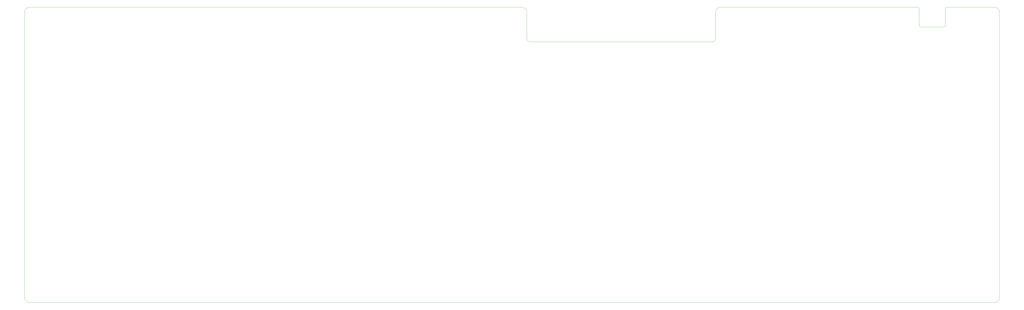
<source format=gbr>
%TF.GenerationSoftware,KiCad,Pcbnew,(6.0.0)*%
%TF.CreationDate,2022-04-04T18:27:56-04:00*%
%TF.ProjectId,SweetBusinessRGBCore,53776565-7442-4757-9369-6e6573735247,rev?*%
%TF.SameCoordinates,Original*%
%TF.FileFunction,Profile,NP*%
%FSLAX46Y46*%
G04 Gerber Fmt 4.6, Leading zero omitted, Abs format (unit mm)*
G04 Created by KiCad (PCBNEW (6.0.0)) date 2022-04-04 18:27:56*
%MOMM*%
%LPD*%
G01*
G04 APERTURE LIST*
%TA.AperFunction,Profile*%
%ADD10C,0.050000*%
%TD*%
G04 APERTURE END LIST*
D10*
X290512500Y-129381250D02*
G75*
G03*
X288131250Y-127000000I-2381250J0D01*
G01*
X493712500Y-127000000D02*
G75*
G03*
X492918750Y-127793750I0J-793750D01*
G01*
X480218750Y-127793750D02*
G75*
G03*
X479425000Y-127000000I-793750J0D01*
G01*
X381793750Y-142081250D02*
X381793750Y-129381250D01*
X50006250Y-127000000D02*
G75*
G03*
X47625000Y-129381250I0J-2381250D01*
G01*
X481012500Y-136525000D02*
X492125000Y-136525000D01*
X480218750Y-127793750D02*
X480218750Y-135731250D01*
X290512500Y-129381250D02*
X290512500Y-142081250D01*
X492125000Y-136525000D02*
G75*
G03*
X492918750Y-135731250I0J793750D01*
G01*
X290512500Y-142081250D02*
G75*
G03*
X292100000Y-143668750I1587500J0D01*
G01*
X384175000Y-127000000D02*
G75*
G03*
X381793750Y-129381250I0J-2381250D01*
G01*
X516731250Y-127000000D02*
X493712500Y-127000000D01*
X516731250Y-269875000D02*
G75*
G03*
X519112500Y-267493750I0J2381250D01*
G01*
X380206250Y-143668750D02*
G75*
G03*
X381793750Y-142081250I0J1587500D01*
G01*
X516731250Y-269875000D02*
X50006250Y-269875000D01*
X78581250Y-127000000D02*
X288131250Y-127000000D01*
X47625000Y-267493750D02*
G75*
G03*
X50006250Y-269875000I2381250J0D01*
G01*
X292100000Y-143668750D02*
X380206250Y-143668750D01*
X492918750Y-135731250D02*
X492918750Y-127793750D01*
X50006250Y-127000000D02*
X78581250Y-127000000D01*
X480218750Y-135731250D02*
G75*
G03*
X481012500Y-136525000I793750J0D01*
G01*
X519112500Y-129381250D02*
G75*
G03*
X516731250Y-127000000I-2381250J0D01*
G01*
X47625000Y-267493750D02*
X47625000Y-129381250D01*
X479425000Y-127000000D02*
X384175000Y-127000000D01*
X519112500Y-129381250D02*
X519112500Y-267493750D01*
M02*

</source>
